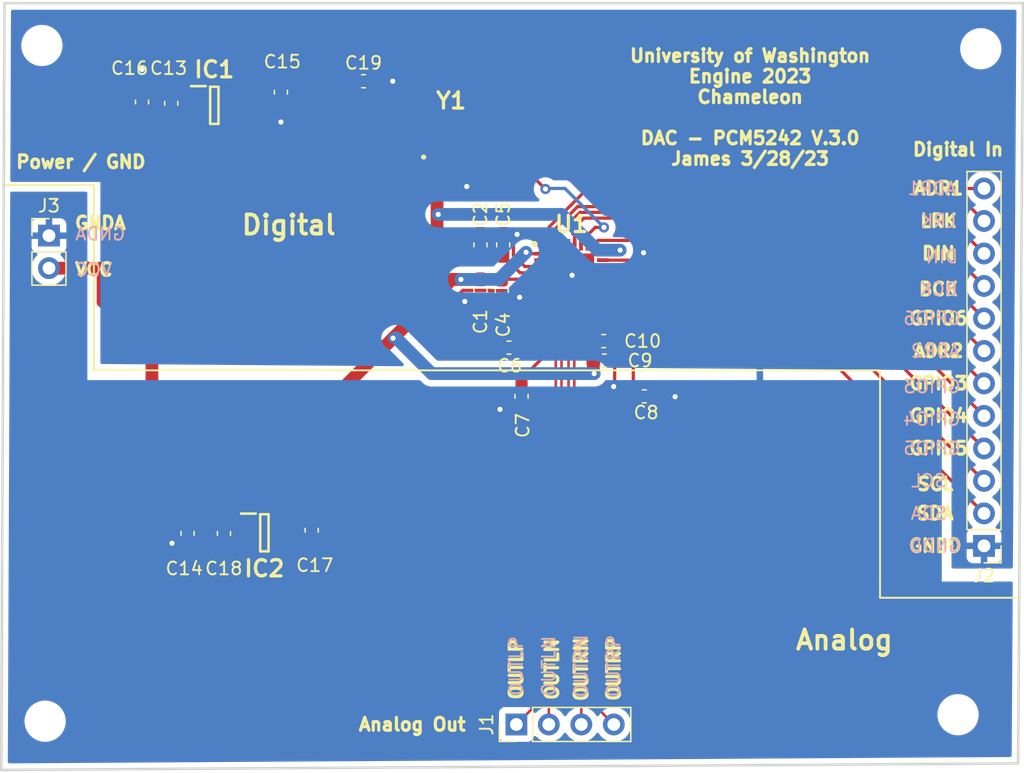
<source format=kicad_pcb>
(kicad_pcb (version 20211014) (generator pcbnew)
  (layers (0 "F.Cu" signal) (31 "B.Cu" signal) (34 "B.Paste" user) (35 "F.Paste" user) (36 "B.SilkS" user "B.Silkscreen") (37 "F.SilkS" user "F.Silkscreen") (38 "B.Mask" user) (39 "F.Mask" user) (44 "Edge.Cuts" user))
  (net 0 "")
  (net 1 "GND")
  (net 2 "VCC")
  (net 3 "Net-(C6-Pad1)")
  (net 4 "Net-(C6-Pad2)")
  (net 5 "Net-(C7-Pad1)")
  (net 6 "DVDD")
  (net 7 "Net-(C8-Pad1)")
  (net 8 "/OUTLP")
  (net 9 "/OUTLN")
  (net 10 "/OUTRN")
  (net 11 "/OUTRP")
  (net 12 "/SDA")
  (net 13 "/SCL")
  (net 14 "/GPIO5")
  (net 15 "/GPIO4")
  (net 16 "/GPIO3")
  (net 17 "/ADR2")
  (net 18 "/GPIO6")
  (net 19 "AVDD")
  (net 20 "SCK")
  (net 23 "/No Connect")
  (net 24 "/BCK")
  (net 25 "/DIN")
  (net 26 "/LRCK")
  (net 27 "/ADR1")
  (footprint "Capacitor_SMD:C_0603_1608Metric_Pad1.08x0.95mm_HandSolder" (layer "F.Cu") (at 75.692 81.026)
    (fp_text reference "C19" (at 0 -1.43) (layer "F.SilkS"))
    (fp_text value ".01uF")
    (fp_line (start -0.146267 -0.51) (end 0.146267 -0.51) (layer "F.SilkS") (width 0.12))
    (fp_line (start -0.146267 0.51) (end 0.146267 0.51) (layer "F.SilkS") (width 0.12))
    (pad "1" smd roundrect (at -0.8625 0) (size 1.075 0.95) (layers "F.Cu" "F.Paste" "F.Mask") (net 6 "DVDD"))
    (pad "2" smd roundrect (at 0.8625 0) (size 1.075 0.95) (layers "F.Cu" "F.Paste" "F.Mask") (net 1 "GND"))
  )
  (footprint "MountingHole:MountingHole_2.2mm_M2" (layer "F.Cu") (at 123.952 78.486)
    (fp_text reference "REF**" hide)
    (fp_text value "MountingHole_2.2mm_M2" hide)
    (pad "" np_thru_hole circle (at 0 0) (size 2.2 2.2) (drill 2.2) (layers *.Cu *.Mask))
  )
  (footprint "Connector_PinHeader_2.54mm:PinHeader_1x12_P2.54mm_Vertical" (layer "F.Cu") (at 124.206 117.353 180)
    (fp_text reference "J2" (at 0 -2.33) (layer "F.SilkS"))
    (fp_text value "Conn_01x12_Male" hide)
    (fp_line (start -1.33 0) (end -1.33 -1.33) (layer "F.SilkS") (width 0.12))
    (fp_line (start -1.33 -1.33) (end 0 -1.33) (layer "F.SilkS") (width 0.12))
    (fp_line (start -1.33 1.27) (end 1.33 1.27) (layer "F.SilkS") (width 0.12))
    (fp_line (start -1.33 29.27) (end 1.33 29.27) (layer "F.SilkS") (width 0.12))
    (fp_line (start -1.33 1.27) (end -1.33 29.27) (layer "F.SilkS") (width 0.12))
    (fp_line (start 1.33 1.27) (end 1.33 29.27) (layer "F.SilkS") (width 0.12))
    (pad "1" thru_hole rect (at 0 0 180) (size 1.7 1.7) (drill 1) (layers *.Cu *.Mask) (net 1 "GND"))
    (pad "2" thru_hole oval (at 0 2.54 180) (size 1.7 1.7) (drill 1) (layers *.Cu *.Mask) (net 12 "/SDA"))
    (pad "3" thru_hole oval (at 0 5.08 180) (size 1.7 1.7) (drill 1) (layers *.Cu *.Mask) (net 13 "/SCL"))
    (pad "4" thru_hole oval (at 0 7.62 180) (size 1.7 1.7) (drill 1) (layers *.Cu *.Mask) (net 14 "/GPIO5"))
    (pad "5" thru_hole oval (at 0 10.16 180) (size 1.7 1.7) (drill 1) (layers *.Cu *.Mask) (net 15 "/GPIO4"))
    (pad "6" thru_hole oval (at 0 12.7 180) (size 1.7 1.7) (drill 1) (layers *.Cu *.Mask) (net 16 "/GPIO3"))
    (pad "7" thru_hole oval (at 0 15.24 180) (size 1.7 1.7) (drill 1) (layers *.Cu *.Mask) (net 17 "/ADR2"))
    (pad "8" thru_hole oval (at 0 17.78 180) (size 1.7 1.7) (drill 1) (layers *.Cu *.Mask) (net 18 "/GPIO6"))
    (pad "9" thru_hole oval (at 0 20.32 180) (size 1.7 1.7) (drill 1) (layers *.Cu *.Mask) (net 24 "/BCK"))
    (pad "10" thru_hole oval (at 0 22.86 180) (size 1.7 1.7) (drill 1) (layers *.Cu *.Mask) (net 25 "/DIN"))
    (pad "11" thru_hole oval (at 0 25.4 180) (size 1.7 1.7) (drill 1) (layers *.Cu *.Mask) (net 26 "/LRCK"))
    (pad "12" thru_hole oval (at 0 27.94 180) (size 1.7 1.7) (drill 1) (layers *.Cu *.Mask) (net 27 "/ADR1"))
  )
  (footprint "Capacitor_SMD:C_0603_1608Metric_Pad1.08x0.95mm_HandSolder" (layer "F.Cu") (at 69.23275 81.8885 90)
    (fp_text reference "C15" (at 2.3865 0.10925 180) (layer "F.SilkS"))
    (fp_text value "1uF")
    (fp_line (start -0.146267 0.51) (end 0.146267 0.51) (layer "F.SilkS") (width 0.12))
    (fp_line (start -0.146267 -0.51) (end 0.146267 -0.51) (layer "F.SilkS") (width 0.12))
    (pad "1" smd roundrect (at -0.8625 0 90) (size 1.075 0.95) (layers "F.Cu" "F.Paste" "F.Mask") (net 1 "GND"))
    (pad "2" smd roundrect (at 0.8625 0 90) (size 1.075 0.95) (layers "F.Cu" "F.Paste" "F.Mask") (net 6 "DVDD"))
  )
  (footprint "Connector_PinHeader_2.54mm:PinHeader_1x02_P2.54mm_Vertical" (layer "F.Cu") (at 51.1 93.1)
    (fp_text reference "J3" (at 0 -2.33) (layer "F.SilkS"))
    (fp_text value "d")
    (fp_line (start -1.33 0) (end -1.33 -1.33) (layer "F.SilkS") (width 0.12))
    (fp_line (start -1.33 -1.33) (end 0 -1.33) (layer "F.SilkS") (width 0.12))
    (fp_line (start 1.33 1.27) (end 1.33 3.87) (layer "F.SilkS") (width 0.12))
    (fp_line (start -1.33 1.27) (end -1.33 3.87) (layer "F.SilkS") (width 0.12))
    (fp_line (start -1.33 3.87) (end 1.33 3.87) (layer "F.SilkS") (width 0.12))
    (fp_line (start -1.33 1.27) (end 1.33 1.27) (layer "F.SilkS") (width 0.12))
    (pad "1" thru_hole rect (at 0 0) (size 1.7 1.7) (drill 1) (layers *.Cu *.Mask) (net 1 "GND"))
    (pad "2" thru_hole oval (at 0 2.54) (size 1.7 1.7) (drill 1) (layers *.Cu *.Mask) (net 2 "VCC"))
  )
  (footprint "custom_lib:SOT95P280X145-5N" (layer "F.Cu") (at 64.028 82.9105)
    (fp_text reference "IC1" (at 0 -2.8) (layer "F.SilkS") (effects (font (size 1.27 1.27) (thickness 0.254))))
    (fp_text value "NCP163ASN330T1G" hide)
    (fp_line (start 0.325 1.45) (end -0.325 1.45) (layer "F.SilkS") (width 0.2))
    (fp_line (start 0.325 -1.45) (end 0.325 1.45) (layer "F.SilkS") (width 0.2))
    (fp_line (start -0.325 -1.45) (end 0.325 -1.45) (layer "F.SilkS") (width 0.2))
    (fp_line (start -1.825 -1.5) (end -0.675 -1.5) (layer "F.SilkS") (width 0.2))
    (fp_line (start -0.325 1.45) (end -0.325 -1.45) (layer "F.SilkS") (width 0.2))
    (pad "1" smd rect (at -1.25 -0.95 90) (size 0.6 1.15) (layers "F.Cu" "F.Paste" "F.Mask") (net 2 "VCC"))
    (pad "2" smd rect (at -1.25 0 90) (size 0.6 1.15) (layers "F.Cu" "F.Paste" "F.Mask") (net 1 "GND"))
    (pad "3" smd rect (at -1.25 0.95 90) (size 0.6 1.15) (layers "F.Cu" "F.Paste" "F.Mask") (net 2 "VCC"))
    (pad "4" smd rect (at 1.25 0.95 90) (size 0.6 1.15) (layers "F.Cu" "F.Paste" "F.Mask"))
    (pad "5" smd rect (at 1.25 -0.95 90) (size 0.6 1.15) (layers "F.Cu" "F.Paste" "F.Mask") (net 6 "DVDD"))
  )
  (footprint "Capacitor_SMD:C_0603_1608Metric_Pad1.08x0.95mm_HandSolder" (layer "F.Cu") (at 58.374 82.6505 90)
    (fp_text reference "C16" (at 2.6405 -0.97 180) (layer "F.SilkS"))
    (fp_text value "10uF")
    (fp_line (start -0.146267 0.51) (end 0.146267 0.51) (layer "F.SilkS") (width 0.12))
    (fp_line (start -0.146267 -0.51) (end 0.146267 -0.51) (layer "F.SilkS") (width 0.12))
    (pad "1" smd roundrect (at -0.8625 0 90) (size 1.075 0.95) (layers "F.Cu" "F.Paste" "F.Mask") (net 2 "VCC"))
    (pad "2" smd roundrect (at 0.8625 0 90) (size 1.075 0.95) (layers "F.Cu" "F.Paste" "F.Mask") (net 1 "GND"))
  )
  (footprint "Connector_PinHeader_2.54mm:PinHeader_1x04_P2.54mm_Vertical" (layer "F.Cu") (at 87.64 131.318 90)
    (fp_text reference "J1" (at 0 -2.33 90) (layer "F.SilkS"))
    (fp_text value "Conn_01x04_Male" hide)
    (fp_line (start -1.33 1.27) (end -1.33 8.95) (layer "F.SilkS") (width 0.12))
    (fp_line (start 1.33 1.27) (end 1.33 8.95) (layer "F.SilkS") (width 0.12))
    (fp_line (start -1.33 -1.33) (end 0 -1.33) (layer "F.SilkS") (width 0.12))
    (fp_line (start -1.33 0) (end -1.33 -1.33) (layer "F.SilkS") (width 0.12))
    (fp_line (start -1.33 1.27) (end 1.33 1.27) (layer "F.SilkS") (width 0.12))
    (fp_line (start -1.33 8.95) (end 1.33 8.95) (layer "F.SilkS") (width 0.12))
    (pad "1" thru_hole rect (at 0 0 90) (size 1.7 1.7) (drill 1) (layers *.Cu *.Mask) (net 8 "/OUTLP"))
    (pad "2" thru_hole oval (at 0 2.54 90) (size 1.7 1.7) (drill 1) (layers *.Cu *.Mask) (net 9 "/OUTLN"))
    (pad "3" thru_hole oval (at 0 5.08 90) (size 1.7 1.7) (drill 1) (layers *.Cu *.Mask) (net 10 "/OUTRN"))
    (pad "4" thru_hole oval (at 0 7.62 90) (size 1.7 1.7) (drill 1) (layers *.Cu *.Mask) (net 11 "/OUTRP"))
  )
  (footprint "Capacitor_SMD:C_0603_1608Metric_Pad1.08x0.95mm_HandSolder" (layer "F.Cu") (at 84.836 93.821 -90)
    (fp_text reference "C2" (at -2.381 0 90) (layer "F.SilkS"))
    (fp_text value "10uF")
    (fp_line (start -0.146267 0.51) (end 0.146267 0.51) (layer "F.SilkS") (width 0.12))
    (fp_line (start -0.146267 -0.51) (end 0.146267 -0.51) (layer "F.SilkS") (width 0.12))
    (pad "1" smd roundrect (at -0.8625 0 270) (size 1.075 0.95) (layers "F.Cu" "F.Paste" "F.Mask") (net 1 "GND"))
    (pad "2" smd roundrect (at 0.8625 0 270) (size 1.075 0.95) (layers "F.Cu" "F.Paste" "F.Mask") (net 6 "DVDD"))
  )
  (footprint "Capacitor_SMD:C_0603_1608Metric_Pad1.08x0.95mm_HandSolder" (layer "F.Cu") (at 94.466 101.346)
    (fp_text reference "C10" (at 3.048 0) (layer "F.SilkS"))
    (fp_text value "0.1uF")
    (fp_line (start -0.146267 0.51) (end 0.146267 0.51) (layer "F.SilkS") (width 0.12))
    (fp_line (start -0.146267 -0.51) (end 0.146267 -0.51) (layer "F.SilkS") (width 0.12))
    (pad "1" smd roundrect (at -0.8625 0) (size 1.075 0.95) (layers "F.Cu" "F.Paste" "F.Mask") (net 19 "AVDD"))
    (pad "2" smd roundrect (at 0.8625 0) (size 1.075 0.95) (layers "F.Cu" "F.Paste" "F.Mask") (net 1 "GND"))
  )
  (footprint "MountingHole:MountingHole_2.2mm_M2" (layer "F.Cu") (at 122.174 130.556)
    (fp_text reference "REF**" hide)
    (fp_text value "MountingHole_2.2mm_M2" hide)
    (pad "" np_thru_hole circle (at 0 0) (size 2.2 2.2) (drill 2.2) (layers *.Cu *.Mask))
  )
  (footprint "Capacitor_SMD:C_0603_1608Metric_Pad1.08x0.95mm_HandSolder" (layer "F.Cu") (at 86.5 97.4 -90)
    (fp_text reference "C4" (at 2.676 -0.114 90) (layer "F.SilkS"))
    (fp_text value "0.1uF")
    (fp_line (start -0.146267 0.51) (end 0.146267 0.51) (layer "F.SilkS") (width 0.12))
    (fp_line (start -0.146267 -0.51) (end 0.146267 -0.51) (layer "F.SilkS") (width 0.12))
    (pad "1" smd roundrect (at -0.8625 0 270) (size 1.075 0.95) (layers "F.Cu" "F.Paste" "F.Mask") (net 19 "AVDD"))
    (pad "2" smd roundrect (at 0.8625 0 270) (size 1.075 0.95) (layers "F.Cu" "F.Paste" "F.Mask") (net 1 "GND"))
  )
  (footprint "Capacitor_SMD:C_0603_1608Metric_Pad1.08x0.95mm_HandSolder" (layer "F.Cu") (at 64.78125 116.386 -90)
    (fp_text reference "C18" (at 2.74 0.01125 180) (layer "F.SilkS"))
    (fp_text value "10uF")
    (fp_line (start -0.146267 0.51) (end 0.146267 0.51) (layer "F.SilkS") (width 0.12))
    (fp_line (start -0.146267 -0.51) (end 0.146267 -0.51) (layer "F.SilkS") (width 0.12))
    (pad "1" smd roundrect (at -0.8625 0 270) (size 1.075 0.95) (layers "F.Cu" "F.Paste" "F.Mask") (net 2 "VCC"))
    (pad "2" smd roundrect (at 0.8625 0 270) (size 1.075 0.95) (layers "F.Cu" "F.Paste" "F.Mask") (net 1 "GND"))
  )
  (footprint "Capacitor_SMD:C_0603_1608Metric_Pad1.08x0.95mm_HandSolder" (layer "F.Cu") (at 61.938 116.386 -90)
    (fp_text reference "C14" (at 2.74 0.26525 180) (layer "F.SilkS"))
    (fp_text value "0.1uF")
    (fp_line (start -0.146267 -0.51) (end 0.146267 -0.51) (layer "F.SilkS") (width 0.12))
    (fp_line (start -0.146267 0.51) (end 0.146267 0.51) (layer "F.SilkS") (width 0.12))
    (pad "1" smd roundrect (at -0.8625 0 270) (size 1.075 0.95) (layers "F.Cu" "F.Paste" "F.Mask") (net 2 "VCC"))
    (pad "2" smd roundrect (at 0.8625 0 270) (size 1.075 0.95) (layers "F.Cu" "F.Paste" "F.Mask") (net 1 "GND"))
  )
  (footprint "custom_lib:PCM5242RHBT" (layer "F.Cu") (at 91.948 96.266)
    (fp_text reference "U1" (at 0 -4.064) (layer "F.SilkS") (effects (font (size 1.27 1.27) (thickness 0.254))))
    (fp_text value "PCM5242" hide)
    (fp_circle (center -2.9 -2.5) (end -2.9 -2.375) (layer "F.SilkS") (width 0.25) (fill none))
    (pad "1" smd rect (at -2.45 -1.75 90) (size 0.3 0.9) (layers "F.Cu" "F.Paste" "F.Mask") (net 19 "AVDD"))
    (pad "2" smd rect (at -2.45 -1.25 90) (size 0.3 0.9) (layers "F.Cu" "F.Paste" "F.Mask") (net 23 "/No Connect"))
    (pad "3" smd rect (at -2.45 -0.75 90) (size 0.3 0.9) (layers "F.Cu" "F.Paste" "F.Mask") (net 1 "GND"))
    (pad "4" smd rect (at -2.45 -0.25 90) (size 0.3 0.9) (layers "F.Cu" "F.Paste" "F.Mask") (net 6 "DVDD"))
    (pad "5" smd rect (at -2.45 0.25 90) (size 0.3 0.9) (layers "F.Cu" "F.Paste" "F.Mask") (net 19 "AVDD"))
    (pad "6" smd rect (at -2.45 0.75 90) (size 0.3 0.9) (layers "F.Cu" "F.Paste" "F.Mask") (net 3 "Net-(C6-Pad1)"))
    (pad "7" smd rect (at -2.45 1.25 90) (size 0.3 0.9) (layers "F.Cu" "F.Paste" "F.Mask") (net 1 "GND"))
    (pad "8" smd rect (at -2.45 1.75 90) (size 0.3 0.9) (layers "F.Cu" "F.Paste" "F.Mask") (net 4 "Net-(C6-Pad2)"))
    (pad "9" smd rect (at -1.75 2.45) (size 0.3 0.9) (layers "F.Cu" "F.Paste" "F.Mask") (net 5 "Net-(C7-Pad1)"))
    (pad "10" smd rect (at -1.25 2.45) (size 0.3 0.9) (layers "F.Cu" "F.Paste" "F.Mask") (net 8 "/OUTLP"))
    (pad "11" smd rect (at -0.75 2.45) (size 0.3 0.9) (layers "F.Cu" "F.Paste" "F.Mask") (net 9 "/OUTLN"))
    (pad "12" smd rect (at -0.25 2.45) (size 0.3 0.9) (layers "F.Cu" "F.Paste" "F.Mask") (net 10 "/OUTRN"))
    (pad "13" smd rect (at 0.25 2.45) (size 0.3 0.9) (layers "F.Cu" "F.Paste" "F.Mask") (net 11 "/OUTRP"))
    (pad "14" smd rect (at 0.75 2.45) (size 0.3 0.9) (layers "F.Cu" "F.Paste" "F.Mask") (net 19 "AVDD"))
    (pad "15" smd rect (at 1.25 2.45) (size 0.3 0.9) (layers "F.Cu" "F.Paste" "F.Mask") (net 1 "GND"))
    (pad "16" smd rect (at 1.75 2.45) (size 0.3 0.9) (layers "F.Cu" "F.Paste" "F.Mask") (net 7 "Net-(C8-Pad1)"))
    (pad "17" smd rect (at 2.45 1.75 90) (size 0.3 0.9) (layers "F.Cu" "F.Paste" "F.Mask") (net 12 "/SDA"))
    (pad "18" smd rect (at 2.45 1.25 90) (size 0.3 0.9) (layers "F.Cu" "F.Paste" "F.Mask") (net 13 "/SCL"))
    (pad "19" smd rect (at 2.45 0.75 90) (size 0.3 0.9) (layers "F.Cu" "F.Paste" "F.Mask") (net 14 "/GPIO5"))
    (pad "20" smd rect (at 2.45 0.25 90) (size 0.3 0.9) (layers "F.Cu" "F.Paste" "F.Mask") (net 15 "/GPIO4"))
    (pad "21" smd rect (at 2.45 -0.25 90) (size 0.3 0.9) (layers "F.Cu" "F.Paste" "F.Mask") (net 16 "/GPIO3"))
    (pad "22" smd rect (at 2.45 -0.75 90) (size 0.3 0.9) (layers "F.Cu" "F.Paste" "F.Mask") (net 17 "/ADR2"))
    (pad "23" smd rect (at 2.45 -1.25 90) (size 0.3 0.9) (layers "F.Cu" "F.Paste" "F.Mask") (net 1 "GND"))
    (pad "24" smd rect (at 2.45 -1.75 90) (size 0.3 0.9) (layers "F.Cu" "F.Paste" "F.Mask") (net 6 "DVDD"))
    (pad "25" smd rect (at 1.75 -2.45) (size 0.3 0.9) (layers "F.Cu" "F.Paste" "F.Mask") (net 18 "/GPIO6"))
    (pad "26" smd rect (at 1.25 -2.45) (size 0.3 0.9) (layers "F.Cu" "F.Paste" "F.Mask") (net 20 "SCK"))
    (pad "27" smd rect (at 0.75 -2.45) (size 0.3 0.9) (layers "F.Cu" "F.Paste" "F.Mask") (net 24 "/BCK"))
    (pad "28" smd rect (at 0.25 -2.45) (size 0.3 0.9) (layers "F.Cu" "F.Paste" "F.Mask") (net 25 "/DIN"))
    (pad "29" smd rect (at -0.25 -2.45) (size 0.3 0.9) (layers "F.Cu" "F.Paste" "F.Mask") (net 23 "/No Connect"))
    (pad "30" smd rect (at -0.75 -2.45) (size 0.3 0.9) (layers "F.Cu" "F.Paste" "F.Mask") (net 23 "/No Connect"))
    (pad "31" smd rect (at -1.25 -2.45) (size 0.3 0.9) (layers "F.Cu" "F.Paste" "F.Mask") (net 26 "/LRCK"))
    (pad "32" smd rect (at -1.75 -2.45) (size 0.3 0.9) (layers "F.Cu" "F.Paste" "F.Mask") (net 27 "/ADR1"))
    (pad "33" smd rect (at 0 0) (size 3.55 3.55) (layers "F.Cu" "F.Paste" "F.Mask") (net 1 "GND"))
  )
  (footprint "custom_lib:ASE24000MHZET" (layer "F.Cu") (at 82.494 85.956)
    (fp_text reference "Y1" (at 0.056 -3.406) (layer "F.SilkS") (effects (font (size 1.27 1.27) (thickness 0.254))))
    (fp_text value "ASE-24.000MHZ-ET" hide)
    (fp_line (start -2 1) (end -2 1) (layer "F.SilkS") (width 0.2))
    (fp_line (start -2.2 1) (end -2.2 1) (layer "F.SilkS") (width 0.2))
    (fp_arc (start -2.2 1) (mid -2.1 0.9) (end -2 1) (layer "F.SilkS") (width 0.2))
    (fp_arc (start -2 1) (mid -2.1 1.1) (end -2.2 1) (layer "F.SilkS") (width 0.2))
    (pad "1" smd rect (at -1.05 0.825 90) (size 1.1 1.3) (layers "F.Cu" "F.Paste" "F.Mask") (net 6 "DVDD"))
    (pad "2" smd rect (at 1.05 0.825 90) (size 1.1 1.3) (layers "F.Cu" "F.Paste" "F.Mask") (net 1 "GND"))
    (pad "3" smd rect (at 1.05 -0.825 90) (size 1.1 1.3) (layers "F.Cu" "F.Paste" "F.Mask") (net 20 "SCK"))
    (pad "4" smd rect (at -1.05 -0.825 90) (size 1.1 1.3) (layers "F.Cu" "F.Paste" "F.Mask") (net 6 "DVDD"))
  )
  (footprint "Capacitor_SMD:C_0603_1608Metric_Pad1.08x0.95mm_HandSolder" (layer "F.Cu") (at 88.048 105.664 -90)
    (fp_text reference "C7" (at 2.28 -0.09 90) (layer "F.SilkS"))
    (fp_text value "2.2uF")
    (fp_line (start -0.146267 0.51) (end 0.146267 0.51) (layer "F.SilkS") (width 0.12))
    (fp_line (start -0.146267 -0.51) (end 0.146267 -0.51) (layer "F.SilkS") (width 0.12))
    (pad "1" smd roundrect (at -0.8625 0 270) (size 1.075 0.95) (layers "F.Cu" "F.Paste" "F.Mask") (net 5 "Net-(C7-Pad1)"))
    (pad "2" smd roundrect (at 0.8625 0 270) (size 1.075 0.95) (layers "F.Cu" "F.Paste" "F.Mask") (net 1 "GND"))
  )
  (footprint "Capacitor_SMD:C_0603_1608Metric_Pad1.08x0.95mm_HandSolder" (layer "F.Cu") (at 84.836 97.377 -90)
    (fp_text reference "C1" (at 2.445 0 90) (layer "F.SilkS"))
    (fp_text value "2.2uF")
    (fp_line (start -0.146267 -0.51) (end 0.146267 -0.51) (layer "F.SilkS") (width 0.12))
    (fp_line (start -0.146267 0.51) (end 0.146267 0.51) (layer "F.SilkS") (width 0.12))
    (pad "1" smd roundrect (at -0.8625 0 270) (size 1.075 0.95) (layers "F.Cu" "F.Paste" "F.Mask") (net 19 "AVDD"))
    (pad "2" smd roundrect (at 0.8625 0 270) (size 1.075 0.95) (layers "F.Cu" "F.Paste" "F.Mask") (net 1 "GND"))
  )
  (footprint "custom_lib:SOT95P280X145-5N" (layer "F.Cu") (at 67.94125 116.332)
    (fp_text reference "IC2" (at 0 2.794) (layer "F.SilkS") (effects (font (size 1.27 1.27) (thickness 0.254))))
    (fp_text value "NCP163ASN330T1G" hide)
    (fp_line (start -1.825 -1.5) (end -0.675 -1.5) (layer "F.SilkS") (width 0.2))
    (fp_line (start 0.325 -1.45) (end 0.325 1.45) (layer "F.SilkS") (width 0.2))
    (fp_line (start -0.325 -1.45) (end 0.325 -1.45) (layer "F.SilkS") (width 0.2))
    (fp_line (start 0.325 1.45) (end -0.325 1.45) (layer "F.SilkS") (width 0.2))
    (fp_line (start -0.325 1.45) (end -0.325 -1.45) (layer "F.SilkS") (width 0.2))
    (pad "1" smd rect (at -1.25 -0.95 90) (size 0.6 1.15) (layers "F.Cu" "F.Paste" "F.Mask") (net 2 "VCC"))
    (pad "2" smd rect (at -1.25 0 90) (size 0.6 1.15) (layers "F.Cu" "F.Paste" "F.Mask") (net 1 "GND"))
    (pad "3" smd rect (at -1.25 0.95 90) (size 0.6 1.15) (layers "F.Cu" "F.Paste" "F.Mask") (net 2 "VCC"))
    (pad "4" smd rect (at 1.25 0.95 90) (size 0.6 1.15) (layers "F.Cu" "F.Paste" "F.Mask"))
    (pad "5" smd rect (at 1.25 -0.95 90) (size 0.6 1.15) (layers "F.Cu" "F.Paste" "F.Mask") (net 19 "AVDD"))
  )
  (footprint "Capacitor_SMD:C_0603_1608Metric_Pad1.08x0.95mm_HandSolder" (layer "F.Cu") (at 86.614 93.821 90)
    (fp_text reference "C5" (at 2.381 0 90) (layer "F.SilkS"))
    (fp_text value "0.1uF")
    (fp_line (start -0.146267 -0.51) (end 0.146267 -0.51) (layer "F.SilkS") (width 0.12))
    (fp_line (start -0.146267 0.51) (end 0.146267 0.51) (layer "F.SilkS") (width 0.12))
    (pad "1" smd roundrect (at -0.8625 0 90) (size 1.075 0.95) (layers "F.Cu" "F.Paste" "F.Mask") (net 6 "DVDD"))
    (pad "2" smd roundrect (at 0.8625 0 90) (size 1.075 0.95) (layers "F.Cu" "F.Paste" "F.Mask") (net 1 "GND"))
  )
  (footprint "Capacitor_SMD:C_0603_1608Metric_Pad1.08x0.95mm_HandSolder" (layer "F.Cu") (at 94.522 102.87)
    (fp_text reference "C9" (at 2.794 0) (layer "F.SilkS"))
    (fp_text value "10uF")
    (fp_line (start -0.146267 -0.51) (end 0.146267 -0.51) (layer "F.SilkS") (width 0.12))
    (fp_line (start -0.146267 0.51) (end 0.146267 0.51) (layer "F.SilkS") (width 0.12))
    (pad "1" smd roundrect (at -0.8625 0) (size 1.075 0.95) (layers "F.Cu" "F.Paste" "F.Mask") (net 19 "AVDD"))
    (pad "2" smd roundrect (at 0.8625 0) (size 1.075 0.95) (layers "F.Cu" "F.Paste" "F.Mask") (net 1 "GND"))
  )
  (footprint "MountingHole:MountingHole_2.2mm_M2" (layer "F.Cu") (at 50.546 78.232)
    (fp_text reference "REF**" hide)
    (fp_text value "MountingHole_2.2mm_M2" hide)
    (pad "" np_thru_hole circle (at 0 0) (size 2.2 2.2) (drill 2.2) (layers *.Cu *.Mask))
  )
  (footprint "Capacitor_SMD:C_0603_1608Metric_Pad1.08x0.95mm_HandSolder" (layer "F.Cu") (at 60.66 82.751 90)
    (fp_text reference "C13" (at 2.741 -0.208 180) (layer "F.SilkS"))
    (fp_text value "0.1uF")
    (fp_line (start -0.146267 0.51) (end 0.146267 0.51) (layer "F.SilkS") (width 0.12))
    (fp_line (start -0.146267 -0.51) (end 0.146267 -0.51) (layer "F.SilkS") (width 0.12))
    (pad "1" smd roundrect (at -0.8625 0 90) (size 1.075 0.95) (layers "F.Cu" "F.Paste" "F.Mask") (net 2 "VCC"))
    (pad "2" smd roundrect (at 0.8625 0 90) (size 1.075 0.95) (layers "F.Cu" "F.Paste" "F.Mask") (net 1 "GND"))
  )
  (footprint "MountingHole:MountingHole_2.2mm_M2" (layer "F.Cu") (at 50.8 131.064)
    (fp_text reference "REF**" hide)
    (fp_text value "MountingHole_2.2mm_M2" hide)
    (pad "" np_thru_hole circle (at 0 0) (size 2.2 2.2) (drill 2.2) (layers *.Cu *.Mask))
  )
  (footprint "Capacitor_SMD:C_0603_1608Metric_Pad1.08x0.95mm_HandSolder" (layer "F.Cu") (at 71.63925 116.132 90)
    (fp_text reference "C17" (at -2.74 0.24275 180) (layer "F.SilkS"))
    (fp_text value "1uF")
    (fp_line (start -0.146267 0.51) (end 0.146267 0.51) (layer "F.SilkS") (width 0.12))
    (fp_line (start -0.146267 -0.51) (end 0.146267 -0.51) (layer "F.SilkS") (width 0.12))
    (pad "1" smd roundrect (at -0.8625 0 90) (size 1.075 0.95) (layers "F.Cu" "F.Paste" "F.Mask") (net 1 "GND"))
    (pad "2" smd roundrect (at 0.8625 0 90) (size 1.075 0.95) (layers "F.Cu" "F.Paste" "F.Mask") (net 19 "AVDD"))
  )
  (footprint "Capacitor_SMD:C_0603_1608Metric_Pad1.08x0.95mm_HandSolder" (layer "F.Cu") (at 97.648 105.664)
    (fp_text reference "C8" (at 0.142 1.27) (layer "F.SilkS"))
    (fp_text value "1uF")
    (fp_line (start -0.146267 -0.51) (end 0.146267 -0.51) (layer "F.SilkS") (width 0.12))
    (fp_line (start -0.146267 0.51) (end 0.146267 0.51) (layer "F.SilkS") (width 0.12))
    (pad "1" smd roundrect (at -0.8625 0) (size 1.075 0.95) (layers "F.Cu" "F.Paste" "F.Mask") (net 7 "Net-(C8-Pad1)"))
    (pad "2" smd roundrect (at 0.8625 0) (size 1.075 0.95) (layers "F.Cu" "F.Paste" "F.Mask") (net 1 "GND"))
  )
  (footprint "Capacitor_SMD:C_0603_1608Metric_Pad1.08x0.95mm_HandSolder" (layer "F.Cu") (at 87.066 101.854)
    (fp_text reference "C6" (at 0.056 1.42) (layer "F.SilkS"))
    (fp_text value "2.2uF")
    (fp_line (start -0.146267 0.51) (end 0.146267 0.51) (layer "F.SilkS") (width 0.12))
    (fp_line (start -0.146267 -0.51) (end 0.146267 -0.51) (layer "F.SilkS") (width 0.12))
    (pad "1" smd roundrect (at -0.8625 0) (size 1.075 0.95) (layers "F.Cu" "F.Paste" "F.Mask") (net 3 "Net-(C6-Pad1)"))
    (pad "2" smd roundrect (at 0.8625 0) (size 1.075 0.95) (layers "F.Cu" "F.Paste" "F.Mask") (net 4 "Net-(C6-Pad2)"))
  )
  (gr_line (start 116.078 120.142) (end 116.078 121.412) (layer "F.SilkS") (width 0.15))
  (gr_line (start 54.61 103.632) (end 116.078 103.632) (layer "F.SilkS") (width 0.15))
  (gr_line (start 116.078 103.632) (end 116.078 120.142) (layer "F.SilkS") (width 0.15))
  (gr_line (start 116.078 121.412) (end 126.746 121.412) (layer "F.SilkS") (width 0.15))
  (gr_line (start 47.498 89.154) (end 54.61 89.154) (layer "F.SilkS") (width 0.15))
  (gr_line (start 54.61 89.154) (end 54.61 103.632) (layer "F.SilkS") (width 0.15))
  (gr_line (start 47.625 74.93) (end 127.254 74.93) (layer "Edge.Cuts") (width 0.2))
  (gr_line (start 47.371 134.874) (end 47.625 74.93) (layer "Edge.Cuts") (width 0.2))
  (gr_line (start 127.254 74.93) (end 126.873 134.366) (layer "Edge.Cuts") (width 0.2))
  (gr_line (start 126.873 134.366) (end 47.371 134.874) (layer "Edge.Cuts") (width 0.2))
  (gr_text "BCK\n" (at 120.65 97.282) (layer "B.SilkS") (effects (font (size 1 1)) (justify mirror)))
  (gr_text "SCL" (at 119.888 112.268) (layer "B.SilkS") (effects (font (size 1 1)) (justify mirror)))
  (gr_text "OUTRN\n" (at 92.71 126.746 90) (layer "B.SilkS") (effects (font (size 1 1))))
  (gr_text "GPIO3" (at 120.142 104.902) (layer "B.SilkS") (effects (font (size 1 1)) (justify mirror)))
  (gr_text "ADR1" (at 120.142 89.408) (layer "B.SilkS") (effects (font (size 1 1)) (justify mirror)))
  (gr_text "ADR2" (at 120.396 102.108) (layer "B.SilkS") (effects (font (size 1 1)) (justify mirror)))
  (gr_text "GNDD" (at 120.396 117.348) (layer "B.SilkS") (effects (font (size 1 1)) (justify mirror)))
  (gr_text "VCC" (at 54.61 95.758) (layer "B.SilkS") (effects (font (size 1 1)) (justify mirror)))
  (gr_text "OUTRP\n" (at 95.25 126.746 90) (layer "B.SilkS") (effects (font (size 1 1))))
  (gr_text "LRK\n" (at 120.65 91.948) (layer "B.SilkS") (effects (font (size 1 1)) (justify mirror)))
  (gr_text "GPIO5" (at 120.142 109.728) (layer "B.SilkS") (effects (font (size 1 1)) (justify mirror)))
  (gr_text "OUTLP" (at 87.63 126.746 90) (layer "B.SilkS") (effects (font (size 1 1))))
  (gr_text "GPIO6" (at 120.142 99.568) (layer "B.SilkS") (effects (font (size 1 1)) (justify mirror)))
  (gr_text "GPIO4\n" (at 120.142 107.442) (layer "B.SilkS") (effects (font (size 1 1)) (justify mirror)))
  (gr_text "DIN" (at 120.904 94.742) (layer "B.SilkS") (effects (font (size 1 1)) (justify mirror)))
  (gr_text "OUTLN" (at 90.17 126.746 90) (layer "B.SilkS") (effects (font (size 1 1))))
  (gr_text "GNDA\n" (at 55.118 92.964) (layer "B.SilkS") (effects (font (size 1 1)) (justify mirror)))
  (gr_text "SDA" (at 119.888 114.808) (layer "B.SilkS") (effects (font (size 1 1)) (justify mirror)))
  (gr_text "OUTRP" (at 95.25 127 90) (layer "F.SilkS") (effects (font (size 1 1) (thickness 0.25))))
  (gr_text "OUTLP" (at 87.63 127 90) (layer "F.SilkS") (effects (font (size 1 1) (thickness 0.25))))
  (gr_text "OUTLN" (at 90.424 127 90) (layer "F.SilkS") (effects (font (size 1 1) (thickness 0.25))))
  (gr_text "Digital\n\n" (at 69.85 93.472) (layer "F.SilkS") (effects (font (size 1.5 1.5) (thickness 0.3))))
  (gr_text "GNDA\n\n\n" (at 55.118 93.726) (layer "F.SilkS") (effects (font (size 1 1) (thickness 0.25))))
  (gr_text "DIN" (at 120.65 94.488) (layer "F.SilkS") (effects (font (size 1 1) (thickness 0.25))))
  (gr_text "ADR1" (at 120.65 89.408) (layer "F.SilkS") (effects (font (size 1 1) (thickness 0.25))))
  (gr_text "OUTRN" (at 92.71 127 90) (layer "F.SilkS") (effects (font (size 1 1) (thickness 0.25))))
  (gr_text "GPIO3" (at 120.65 104.648) (layer "F.SilkS") (effects (font (size 1 1) (thickness 0.25))))
  (gr_text "ADR2" (at 120.65 102.108) (layer "F.SilkS") (effects (font (size 1 1) (thickness 0.25))))
  (gr_text "Digital In\n" (at 122.174 86.36) (layer "F.SilkS") (effects (font (size 1 1) (thickness 0.25))))
  (gr_text "VCC\n" (at 54.61 95.758) (layer "F.SilkS") (effects (font (size 1 1) (thickness 0.25))))
  (gr_text "Analog Out\n" (at 79.502 131.318) (layer "F.SilkS") (effects (font (size 1 1) (thickness 0.25))))
  (gr_text "LRK" (at 120.65 91.948) (layer "F.SilkS") (effects (font (size 1 1) (thickness 0.25))))
  (gr_text "GPIO4" (at 120.65 107.188) (layer "F.SilkS") (effects (font (size 1 1) (thickness 0.25))))
  (gr_text "BCK\n" (at 120.65 97.282) (layer "F.SilkS") (effects (font (size 1 1) (thickness 0.25))))
  (gr_text "GPIO6" (at 120.65 99.568) (layer "F.SilkS") (effects (font (size 1 1) (thickness 0.25))))
  (gr_text "Power / GND\n\n" (at 53.594 88.138) (layer "F.SilkS") (effects (font (size 1 1) (thickness 0.25))))
  (gr_text "SDA\n" (at 120.396 114.808) (layer "F.SilkS") (effects (font (size 1 1) (thickness 0.25))))
  (gr_text "University of Washington\nEngine 2023\nChameleon\n\nDAC - PCM5242 V.3.0\nJames 3/28/23" (at 105.918 83.058) (layer "F.SilkS") (effects (font (size 1 1) (thickness 0.25))))
  (gr_text "GNDD\n" (at 120.396 117.348) (layer "F.SilkS") (effects (font (size 1 1) (thickness 0.25))))
  (gr_text "SCL\n" (at 120.396 112.522) (layer "F.SilkS") (effects (font (size 1 1) (thickness 0.25))))
  (gr_text "GPIO5\n" (at 120.65 109.728) (layer "F.SilkS") (effects (font (size 1 1) (thickness 0.25))))
  (gr_text "Analog\n" (at 113.284 124.714) (layer "F.SilkS") (effects (font (size 1.5 1.5) (thickness 0.3))))
  (segment (start 86.614 92.9585) (end 84.836 92.9585) (width 0.25) (layer "F.Cu") (net 1))
  (segment (start 94.398 95.016) (end 97.008 95.016) (width 0.25) (layer "F.Cu") (net 1))
  (segment (start 83.6195 98.2395) (end 83.6105 98.2485) (width 0.25) (layer "F.Cu") (net 1))
  (segment (start 86.614 92.9585) (end 87.6585 92.9585) (width 0.25) (layer "F.Cu") (net 1))
  (segment (start 95.3285 100.8005) (end 94.177198 99.649198) (width 0.25) (layer "F.Cu") (net 1))
  (segment (start 69.23275 82.751) (end 69.23275 84.21875) (width 1) (layer "F.Cu") (net 1))
  (segment (start 100.02975 105.664) (end 98.5105 105.664) (width 0.25) (layer "F.Cu") (net 1))
  (segment (start 60.81775 117.2485) (end 60.71725 117.148) (width 0.25) (layer "F.Cu") (net 1))
  (segment (start 83.544 89.038) (end 83.764 89.258) (width 1) (layer "F.Cu") (net 1))
  (segment (start 63.469 81.1265) (end 61.422 81.1265) (width 0.25) (layer "F.Cu") (net 1))
  (segment (start 95.3285 100.8005) (end 95.3285 101.196) (width 0.25) (layer "F.Cu") (net 1))
  (segment (start 88.348814 97.928802) (end 88.336 97.894) (width 0.25) (layer "F.Cu") (net 1))
  (segment (start 86.5135 106.5265) (end 88.048 106.5265) (width 0.25) (layer "F.Cu") (net 1))
  (segment (start 95.25 104.902) (end 95.3285 104.8235) (width 0.25) (layer "F.Cu") (net 1))
  (segment (start 97.008 95.016) (end 97.589 94.435) (width 0.25) (layer "F.Cu") (net 1))
  (segment (start 64.78125 117.2485) (end 65.69775 116.332) (width 0.25) (layer "F.Cu") (net 1))
  (segment (start 86.36 106.68) (end 86.5135 106.5265) (width 0.25) (layer "F.Cu") (net 1))
  (segment (start 94.177198 99.649198) (end 93.381198 99.649198) (width 0.25) (layer "F.Cu") (net 1))
  (segment (start 62.74925 117.2485) (end 64.78125 117.2485) (width 0.25) (layer "F.Cu") (net 1))
  (segment (start 93.381198 99.649198) (end 93.198 99.466) (width 0.25) (layer "F.Cu") (net 1))
  (segment (start 93.198 99.466) (end 93.198 98.716) (width 0.25) (layer "F.Cu") (net 1))
  (segment (start 87.414 94.625) (end 88.305 95.516) (width 0.25) (layer "F.Cu") (net 1))
  (segment (start 63.708 82.8055) (end 63.708 81.3655) (width 0.25) (layer "F.Cu") (net 1))
  (segment (start 63.708 81.3655) (end 63.469 81.1265) (width 0.25) (layer "F.Cu") (net 1))
  (segment (start 58.4745 81.8885) (end 58.374 81.788) (width 0.25) (layer "F.Cu") (net 1))
  (segment (start 87.6585 92.9585) (end 87.7 93) (width 0.25) (layer "F.Cu") (net 1))
  (segment (start 89.498 97.516) (end 88.714 97.516) (width 0.25) (layer "F.Cu") (net 1))
  (segment (start 65.69775 116.332) (end 66.69125 116.332) (width 0.25) (layer "F.Cu") (net 1))
  (segment (start 85.09 98.2395) (end 86.614 98.2395) (width 0.25) (layer "F.Cu") (net 1))
  (segment (start 71.63925 116.9945) (end 70.97675 116.332) (width 0.25) (layer "F.Cu") (net 1))
  (segment (start 88.305 95.516) (end 89.498 95.516) (width 0.25) (layer "F.Cu") (net 1))
  (segment (start 61.422 81.1265) (end 60.66 81.8885) (width 0.25) (layer "F.Cu") (net 1))
  (segment (start 60.66 81.8885) (end 58.4745 81.8885) (width 0.25) (layer "F.Cu") (net 1))
  (segment (start 85.09 98.2395) (end 83.6195 98.2395) (width 0.25) (layer "F.Cu") (net 1))
  (segment (start 58.374 80.1105) (end 58.374 81.788) (width 1) (layer "F.Cu") (net 1))
  (segment (start 87.414 93.7585) (end 87.414 94.625) (width 0.25) (layer "F.Cu") (net 1))
  (segment (start 70.97675 116.332) (end 66.69125 116.332) (width 0.25) (layer "F.Cu") (net 1))
  (segment (start 62.74925 117.2485) (end 60.81775 117.2485) (width 0.25) (layer "F.Cu") (net 1))
  (segment (start 88.714 97.516) (end 88.348814 97.928802) (width 0.25) (layer "F.Cu") (net 1))
  (segment (start 95.3285 104.8235) (end 95.3285 101.346) (width 0.25) (layer "F.Cu") (net 1))
  (segment (start 83.544 86.781) (end 83.544 89.038) (width 1) (layer "F.Cu") (net 1))
  (segment (start 63.603 82.9105) (end 63.708 82.8055) (width 0.25) (layer "F.Cu") (net 1))
  (segment (start 62.778 82.9105) (end 63.603 82.9105) (width 0.25) (layer "F.Cu") (net 1))
  (segment (start 86.614 92.9585) (end 87.414 93.7585) (width 0.25) (layer "F.Cu") (net 1))
  (segment (start 76.5545 81.026) (end 77.978 81.026) (width 1) (layer "F.Cu") (net 1))
  (via (at 92 96.2) (size 0.8) (drill 0.4) (layers "F.Cu" "B.Cu") (net 1))
  (via (at 95.25 104.902) (size 0.8) (drill 0.4) (layers "F.Cu" "B.Cu") (net 1))
  (via (at 77.978 81.026) (size 0.8) (drill 0.4) (layers "F.Cu" "B.Cu") (net 1))
  (via (at 87.7 93) (size 0.8) (drill 0.4) (layers "F.Cu" "B.Cu") (net 1))
  (via (at 97.589 94.435) (size 0.8) (drill 0.4) (layers "F.Cu" "B.Cu") (net 1))
  (via (at 83.6105 98.2485) (size 0.8) (drill 0.4) (layers "F.Cu" "B.Cu") (net 1))
  (via (at 69.23275 84.21875) (size 0.8) (drill 0.4) (layers "F.Cu" "B.Cu") (net 1))
  (via (at 60.71725 117.148) (size 0.8) (drill 0.4) (layers "F.Cu" "B.Cu") (net 1))
  (via (at 83.764 89.258) (size 0.8) (drill 0.4) (layers "F.Cu" "B.Cu") (net 1))
  (via (at 87.896814 97.919802) (size 0.8) (drill 0.4) (layers "F.Cu" "B.Cu") (net 1))
  (via (at 86.36 106.68) (size 0.8) (drill 0.4) (layers "F.Cu" "B.Cu") (net 1))
  (via (at 58.374 80.1105) (size 0.8) (drill 0.4) (layers "F.Cu" "B.Cu") (net 1))
  (via (at 100.05575 105.69) (size 0.8) (drill 0.4) (layers "F.Cu" "B.Cu") (net 1))
  (segment (start 59.61725 117.826) (end 60.46325 118.672) (width 1) (layer "F.Cu") (net 2))
  (segment (start 64.97275 115.332) (end 66.69125 115.332) (width 1) (layer "F.Cu") (net 2))
  (segment (start 62.74925 115.5235) (end 64.78125 115.5235) (width 1) (layer "F.Cu") (net 2))
  (segment (start 60.786115 115.5235) (end 59.61725 116.692365) (width 1) (layer "F.Cu") (net 2))
  (segment (start 59.14975 102.07575) (end 59.14975 112.2785) (width 1) (layer "F.Cu") (net 2))
  (segment (start 59.61725 116.692365) (end 59.61725 117.826) (width 1) (layer "F.Cu") (net 2))
  (segment (start 65.35125 118.672) (end 66.69125 117.332) (width 1) (layer "F.Cu") (net 2))
  (segment (start 59.14975 112.2785) (end 62.39475 115.5235) (width 1) (layer "F.Cu") (net 2))
  (segment (start 58.374 83.513) (end 60.5595 83.513) (width 0.25) (layer "F.Cu") (net 2))
  (segment (start 64.78125 115.5235) (end 64.97275 115.332) (width 1) (layer "F.Cu") (net 2))
  (segment (start 60.46325 118.672) (end 65.35125 118.672) (width 1) (layer "F.Cu") (net 2))
  (segment (start 62.531 83.6135) (end 62.778 83.8605) (width 0.25) (layer "F.Cu") (net 2))
  (segment (start 55.3285 95.648) (end 58.166 92.8105) (width 1) (layer "F.Cu") (net 2))
  (segment (start 55.2765 95.648) (end 55.3285 95.7) (width 1) (layer "F.Cu") (net 2))
  (segment (start 58.166 92.8105) (end 58.166 83.721) (width 1) (layer "F.Cu") (net 2))
  (segment (start 60.66 83.6135) (end 62.313 81.9605) (width 0.25) (layer "F.Cu") (net 2))
  (segment (start 55.3285 95.648) (end 55.3285 98.2545) (width 1) (layer "F.Cu") (net 2))
  (segment (start 58.166 83.721) (end 58.374 83.513) (width 1) (layer "F.Cu") (net 2))
  (segment (start 60.66 83.6135) (end 62.531 83.6135) (width 0.25) (layer "F.Cu") (net 2))
  (segment (start 62.39475 115.5235) (end 62.74925 115.5235) (width 1) (layer "F.Cu") (net 2))
  (segment (start 55.3285 98.2545) (end 59.14975 102.07575) (width 1) (layer "F.Cu") (net 2))
  (segment (start 64.78125 115.5235) (end 60.786115 115.5235) (width 1) (layer "F.Cu") (net 2))
  (segment (start 62.313 81.9605) (end 62.778 81.9605) (width 0.25) (layer "F.Cu") (net 2))
  (segment (start 60.5595 83.513) (end 60.66 83.6135) (width 0.25) (layer "F.Cu") (net 2))
  (segment (start 50.92 95.648) (end 55.2765 95.648) (width 1) (layer "F.Cu") (net 2))
  (segment (start 89.046 97.007) (end 87.454495 97.007) (width 0.25) (layer "F.Cu") (net 3))
  (segment (start 83.764 99.926) (end 84.2755 99.926) (width 0.25) (layer "F.Cu") (net 3))
  (segment (start 83.456695 97.377) (end 82.8 98.033695) (width 0.25) (layer "F.Cu") (net 3))
  (segment (start 82.8 98.033695) (end 82.8 98.962) (width 0.25) (layer "F.Cu") (net 3))
  (segment (start 82.8 98.962) (end 83.764 99.926) (width 0.25) (layer "F.Cu") (net 3))
  (segment (start 85.560495 97.377) (end 83.456695 97.377) (width 0.25) (layer "F.Cu") (net 3))
  (segment (start 87.061495 97.4) (end 85.583495 97.4) (width 0.25) (layer "F.Cu") (net 3))
  (segment (start 87.454495 97.007) (end 87.061495 97.4) (width 0.25) (layer "F.Cu") (net 3))
  (segment (start 84.2755 99.926) (end 86.2035 101.854) (width 0.25) (layer "F.Cu") (net 3))
  (segment (start 85.583495 97.4) (end 85.560495 97.377) (width 0.25) (layer "F.Cu") (net 3))
  (segment (start 89.498 98.112) (end 89.498 98.016) (width 0.25) (layer "F.Cu") (net 4))
  (segment (start 87.9285 101.854) (end 87.9285 99.6815) (width 0.25) (layer "F.Cu") (net 4))
  (segment (start 87.9285 99.6815) (end 89.498 98.112) (width 0.25) (layer "F.Cu") (net 4))
  (segment (start 90.198 102.1495) (end 88.048 104.2995) (width 0.25) (layer "F.Cu") (net 5))
  (segment (start 90.198 98.716) (end 90.198 102.1495) (width 0.25) (layer "F.Cu") (net 5))
  (segment (start 65.278 81.9605) (end 66.2125 81.026) (width 1) (layer "F.Cu") (net 6))
  (segment (start 84.836 94.648) (end 83.472 94.648) (width 1) (layer "F.Cu") (net 6))
  (segment (start 95.476 94.516) (end 95.758 94.234) (width 0.25) (layer "F.Cu") (net 6))
  (segment (start 88.904 96.016) (end 89.498 96.016) (width 0.25) (layer "F.Cu") (net 6))
  (segment (start 74.8295 81.164325) (end 78.796175 85.131) (width 1) (layer "F.Cu") (net 6))
  (segment (start 74.8295 81.026) (end 74.8295 81.164325) (width 1) (layer "F.Cu") (net 6))
  (segment (start 88.895 96.007) (end 88.904 96.016) (width 0.25) (layer "F.Cu") (net 6))
  (segment (start 94.398 94.516) (end 95.476 94.516) (width 0.25) (layer "F.Cu") (net 6))
  (segment (start 69.23275 81.026) (end 74.72025 81.026) (width 1) (layer "F.Cu") (net 6))
  (segment (start 66.2125 81.026) (end 69.23275 81.026) (width 1) (layer "F.Cu") (net 6))
  (segment (start 87.9375 96.007) (end 88.895 96.007) (width 0.25) (layer "F.Cu") (net 6))
  (segment (start 84.836 94.6835) (end 84.836 94.648) (width 0.25) (layer "F.Cu") (net 6))
  (segment (start 86.614 94.6835) (end 84.836 94.6835) (width 0.25) (layer "F.Cu") (net 6))
  (segment (start 78.796175 85.131) (end 79.794 85.131) (width 1) (layer "F.Cu") (net 6))
  (segment (start 81.444 92.62) (end 81.444 86.781) (width 1) (layer "F.Cu") (net 6))
  (segment (start 79.794 85.131) (end 81.444 86.781) (width 1) (layer "F.Cu") (net 6))
  (segment (start 87.9375 96.007) (end 86.614 94.6835) (width 0.25) (layer "F.Cu") (net 6))
  (segment (start 74.896 81.0925) (end 74.8295 81.026) (width 1) (layer "F.Cu") (net 6))
  (segment (start 83.472 94.648) (end 81.444 92.62) (width 1) (layer "F.Cu") (net 6))
  (segment (start 78.796175 85.131) (end 81.444 85.131) (width 1) (layer "F.Cu") (net 6))
  (via (at 81.534 91.44) (size 0.8) (drill 0.4) (layers "F.Cu" "B.Cu") (net 6))
  (via (at 95.758 94.234) (size 0.8) (drill 0.4) (layers "F.Cu" "B.Cu") (net 6))
  (segment (start 95.758 94.234) (end 93.970695 94.234) (width 1) (layer "B.Cu") (net 6))
  (segment (start 93.970695 94.234) (end 91.176695 91.44) (width 1) (layer "B.Cu") (net 6))
  (segment (start 91.176695 91.44) (end 81.534 91.44) (width 1) (layer "B.Cu") (net 6))
  (segment (start 93.698 98.716) (end 93.698 99.116) (width 0.25) (layer "F.Cu") (net 7))
  (segment (start 93.698 99.116) (end 93.748 99.166) (width 0.25) (layer "F.Cu") (net 7))
  (segment (start 93.748 99.166) (end 95.843495 99.166) (width 0.25) (layer "F.Cu") (net 7))
  (segment (start 95.843495 99.166) (end 96.7855 100.108005) (width 0.25) (layer "F.Cu") (net 7))
  (segment (start 96.7855 100.108005) (end 96.7855 105.664) (width 0.25) (layer "F.Cu") (net 7))
  (segment (start 90.698 98.716) (end 90.698 99.391001) (width 0.2) (layer "F.Cu") (net 8))
  (segment (start 90.723 99.416001) (end 90.723 128.235) (width 0.2) (layer "F.Cu") (net 8))
  (segment (start 90.698 99.391001) (end 90.723 99.416001) (width 0.2) (layer "F.Cu") (net 8))
  (segment (start 90.723 128.235) (end 87.64 131.318) (width 0.2) (layer "F.Cu") (net 8))
  (segment (start 91.198 99.391001) (end 91.173 99.416001) (width 0.2) (layer "F.Cu") (net 9))
  (segment (start 91.198 98.716) (end 91.198 99.391001) (width 0.2) (layer "F.Cu") (net 9))
  (segment (start 91.173 128.421397) (end 90.18 129.414397) (width 0.2) (layer "F.Cu") (net 9))
  (segment (start 91.173 99.416001) (end 91.173 128.421397) (width 0.2) (layer "F.Cu") (net 9))
  (segment (start 90.18 129.414397) (end 90.18 131.318) (width 0.2) (layer "F.Cu") (net 9))
  (segment (start 91.698 98.716) (end 91.698 99.391001) (width 0.2) (layer "F.Cu") (net 10))
  (segment (start 91.723 128.417397) (end 92.72 129.414397) (width 0.2) (layer "F.Cu") (net 10))
  (segment (start 91.723 99.416001) (end 91.723 128.417397) (width 0.2) (layer "F.Cu") (net 10))
  (segment (start 91.698 99.391001) (end 91.723 99.416001) (width 0.2) (layer "F.Cu") (net 10))
  (segment (start 92.72 129.414397) (end 92.72 131.318) (width 0.2) (layer "F.Cu") (net 10))
  (segment (start 92.198 98.716) (end 92.198 99.391001) (width 0.2) (layer "F.Cu") (net 11))
  (segment (start 92.173 128.231) (end 95.26 131.318) (width 0.2) (layer "F.Cu") (net 11))
  (segment (start 92.173 99.416001) (end 92.173 128.231) (width 0.2) (layer "F.Cu") (net 11))
  (segment (start 92.198 99.391001) (end 92.173 99.416001) (width 0.2) (layer "F.Cu") (net 11))
  (segment (start 107.409 98.016) (end 124.206 114.813) (width 0.25) (layer "F.Cu") (net 12))
  (segment (start 94.398 98.016) (end 107.409 98.016) (width 0.25) (layer "F.Cu") (net 12))
  (segment (start 94.398 97.516) (end 109.449 97.516) (width 0.25) (layer "F.Cu") (net 13))
  (segment (start 109.449 97.516) (end 124.206 112.273) (width 0.25) (layer "F.Cu") (net 13))
  (segment (start 111.489 97.016) (end 124.206 109.733) (width 0.25) (layer "F.Cu") (net 14))
  (segment (start 94.398 97.016) (end 111.489 97.016) (width 0.25) (layer "F.Cu") (net 14))
  (segment (start 94.398 96.516) (end 113.529 96.516) (width 0.25) (layer "F.Cu") (net 15))
  (segment (start 113.529 96.516) (end 124.206 107.193) (width 0.25) (layer "F.Cu") (net 15))
  (segment (start 115.569 96.016) (end 124.206 104.653) (width 0.25) (layer "F.Cu") (net 16))
  (segment (start 94.398 96.016) (end 115.569 96.016) (width 0.25) (layer "F.Cu") (net 16))
  (segment (start 94.398 95.516) (end 117.609 95.516) (width 0.25) (layer "F.Cu") (net 17))
  (segment (start 117.609 95.516) (end 124.206 102.113) (width 0.25) (layer "F.Cu") (net 17))
  (segment (start 118.105 93.472) (end 124.206 99.573) (width 0.25) (layer "F.Cu") (net 18))
  (segment (start 94.042 93.472) (end 118.105 93.472) (width 0.25) (layer "F.Cu") (net 18))
  (segment (start 93.698 93.816) (end 94.042 93.472) (width 0.25) (layer "F.Cu") (net 18))
  (segment (start 92.698 98.716) (end 92.698 99.602396) (width 0.25) (layer "F.Cu") (net 19))
  (segment (start 93.6595 102.87) (end 93.6595 103.8195) (width 1) (layer "F.Cu") (net 19))
  (segment (start 89.498 94.516) (end 88.516 94.516) (width 0.25) (layer "F.Cu") (net 19))
  (segment (start 83.3085 96.5235) (end 85.081 96.5235) (width 1) (layer "F.Cu") (net 19))
  (segment (start 78.002 101.116) (end 82.5945 96.5235) (width 1) (layer "F.Cu") (net 19))
  (segment (start 93.6035 101.346) (end 93.6035 102.87) (width 0.25) (layer "F.Cu") (net 19))
  (segment (start 82.5945 96.5235) (end 83.3085 96.5235) (width 1) (layer "F.Cu") (net 19))
  (segment (start 71.63925 107.47875) (end 78.002 101.116) (width 1) (layer "F.Cu") (net 19))
  (segment (start 92.698 99.602396) (end 93.194802 100.099198) (width 0.25) (layer "F.Cu") (net 19))
  (segment (start 71.47375 115.382) (end 71.63925 115.2165) (width 1) (layer "F.Cu") (net 19))
  (segment (start 86.614 96.5145) (end 85.09 96.5145) (width 0.25) (layer "F.Cu") (net 19))
  (segment (start 89.046 96.507) (end 86.6215 96.507) (width 0.25) (layer "F.Cu") (net 19))
  (segment (start 88.516 94.516) (end 88.4 94.4) (width 0.25) (layer "F.Cu") (net 19))
  (segment (start 85.081 96.5235) (end 85.09 96.5145) (width 1) (layer "F.Cu") (net 19))
  (segment (start 69.19125 115.382) (end 71.47375 115.382) (width 1) (layer "F.Cu") (net 19))
  (segment (start 71.63925 115.2695) (end 71.63925 107.47875) (width 1) (layer "F.Cu") (net 19))
  (segment (start 86.6215 96.507) (end 86.614 96.5145) (width 0.25) (layer "F.Cu") (net 19))
  (segment (start 93.6035 100.484698) (end 93.6035 101.346) (width 0.25) (layer "F.Cu") (net 19))
  (segment (start 93.6595 103.8195) (end 93.726 103.886) (width 1) (layer "F.Cu") (net 19))
  (segment (start 93.218 100.099198) (end 93.6035 100.484698) (width 0.25) (layer "F.Cu") (net 19))
  (via (at 83.3085 96.5235) (size 0.8) (drill 0.4) (layers "F.Cu" "B.Cu") (net 19))
  (via (at 93.726 103.886) (size 0.8) (drill 0.4) (layers "F.Cu" "B.Cu") (net 19))
  (via (at 78.002 101.116) (size 0.8) (drill 0.4) (layers "F.Cu" "B.Cu") (net 19))
  (via (at 88.4 94.4) (size 0.8) (drill 0.4) (layers "F.Cu" "B.Cu") (net 19))
  (segment (start 81.026 103.886) (end 78.232 101.092) (width 1) (layer "B.Cu") (net 19))
  (segment (start 83.3085 96.5235) (end 86.2765 96.5235) (width 1) (layer "B.Cu") (net 19))
  (segment (start 86.2765 96.5235) (end 88.4 94.4) (width 1) (layer "B.Cu") (net 19))
  (segment (start 93.726 103.886) (end 81.026 103.886) (width 1) (layer "B.Cu") (net 19))
  (segment (start 93.8085 92.4555) (end 93.198 93.066) (width 0.25) (layer "F.Cu") (net 20))
  (segment (start 94.488 92.4555) (end 93.8085 92.4555) (width 0.25) (layer "F.Cu") (net 20))
  (segment (start 93.198 93.066) (end 93.198 93.816) (width 0.25) (layer "F.Cu") (net 20))
  (segment (start 85.479 85.131) (end 89.916107 89.45358) (width 0.25) (layer "F.Cu") (net 20))
  (segment (start 85.479 85.131) (end 83.544 85.131) (width 0.25) (layer "F.Cu") (net 20))
  (via (at 94.488 92.4555) (size 0.8) (drill 0.4) (layers "F.Cu" "B.Cu") (net 20))
  (via (at 89.916107 89.45358) (size 0.8) (drill 0.4) (layers "F.Cu" "B.Cu") (net 20))
  (segment (start 89.961687 89.408) (end 89.916107 89.45358) (width 0.25) (layer "B.Cu") (net 20))
  (segment (start 91.4405 89.408) (end 89.961687 89.408) (width 0.25) (layer "B.Cu") (net 20))
  (segment (start 94.488 92.4555) (end 91.4405 89.408) (width 0.25) (layer "B.Cu") (net 20))
  (segment (start 91.198 93.816) (end 91.698 93.816) (width 0.25) (layer "F.Cu") (net 23))
  (segment (start 118.904 91.731) (end 124.206 97.033) (width 0.25) (layer "F.Cu") (net 24))
  (segment (start 92.493 92.756305) (end 92.493 92.155695) (width 0.25) (layer "F.Cu") (net 24))
  (segment (start 92.698 93.816) (end 92.698 92.961305) (width 0.25) (layer "F.Cu") (net 24))
  (segment (start 92.698 92.961305) (end 92.493 92.756305) (width 0.25) (layer "F.Cu") (net 24))
  (segment (start 92.917695 91.731) (end 118.904 91.731) (width 0.25) (layer "F.Cu") (net 24))
  (segment (start 92.493 92.155695) (end 92.917695 91.731) (width 0.25) (layer "F.Cu") (net 24))
  (segment (start 120.994 91.281) (end 124.206 94.493) (width 0.25) (layer "F.Cu") (net 25))
  (segment (start 92.198 93.097701) (end 92.043 92.942701) (width 0.25) (layer "F.Cu") (net 25))
  (segment (start 92.198 93.816) (end 92.198 93.097701) (width 0.25) (layer "F.Cu") (net 25))
  (segment (start 92.043 91.853) (end 92.615 91.281) (width 0.25) (layer "F.Cu") (net 25))
  (segment (start 92.615 91.281) (end 120.994 91.281) (width 0.25) (layer "F.Cu") (net 25))
  (segment (start 92.043 92.942701) (end 92.043 91.853) (width 0.25) (layer "F.Cu") (net 25))
  (segment (start 123.084 90.831) (end 124.206 91.953) (width 0.25) (layer "F.Cu") (net 26))
  (segment (start 90.698 93.816) (end 90.698 92.561604) (width 0.25) (layer "F.Cu") (net 26))
  (segment (start 92.428604 90.831) (end 123.084 90.831) (width 0.25) (layer "F.Cu") (net 26))
  (segment (start 90.698 92.561604) (end 92.428604 90.831) (width 0.25) (layer "F.Cu") (net 26))
  (segment (start 90.198 93.816) (end 90.198 92.425208) (width 0.25) (layer "F.Cu") (net 27))
  (segment (start 90.198 92.425208) (end 93.210208 89.413) (width 0.25) (layer "F.Cu") (net 27))
  (segment (start 93.210208 89.413) (end 124.206 89.413) (width 0.25) (layer "F.Cu") (net 27))
  (zone (net 1) (net_name "GND") (layer "B.Cu") (connect_pads (clearance 0.508)) (min_thickness 0.254) (fill yes (thermal_gap 0.508) (thermal_bridge_width 0.508))
    (polygon (pts (xy 121.666 103.632) (xy 55.118 103.131639) (xy 55.118 88.9) (xy 47.557765 88.9) (xy 47.498 74.676) (xy 127.254 74.93) (xy 126.876256 119.126) (xy 121.666 119.126)))
  )
  (zone (net 1) (net_name "GND") (layer "B.Cu") (connect_pads (clearance 0.508)) (min_thickness 0.254) (fill yes (thermal_gap 0.508) (thermal_bridge_width 0.508))
    (polygon (pts (xy 106.934 104.648) (xy 106.426 104.648) (xy 106.426 103.378) (xy 106.934 103.378)))
  )
  (zone (net 1) (net_name "GND") (layer "B.Cu") (connect_pads (clearance 0.508)) (min_thickness 0.254) (fill yes (thermal_gap 0.508) (thermal_bridge_width 0.508))
    (polygon (pts (xy 126.746 134.366) (xy 47.752 135.128) (xy 47.560966 89.662) (xy 54.102 89.662) (xy 54.102 104.394) (xy 120.904 104.394) (xy 120.904 120.142) (xy 121.158 120.142) (xy 121.031 120.142) (xy 121.158 120.142) (xy 126.867573 120.142)))
    (polygon (pts (xy 120.904 120.142)))
  )
)
</source>
